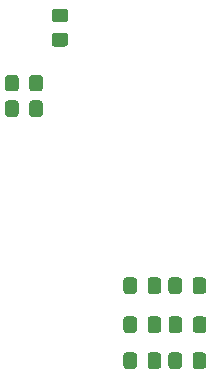
<source format=gbr>
%TF.GenerationSoftware,KiCad,Pcbnew,(5.1.6)-1*%
%TF.CreationDate,2020-09-17T21:49:40+02:00*%
%TF.ProjectId,gpioexpander5,6770696f-6578-4706-916e-646572352e6b,rev?*%
%TF.SameCoordinates,Original*%
%TF.FileFunction,Paste,Bot*%
%TF.FilePolarity,Positive*%
%FSLAX46Y46*%
G04 Gerber Fmt 4.6, Leading zero omitted, Abs format (unit mm)*
G04 Created by KiCad (PCBNEW (5.1.6)-1) date 2020-09-17 21:49:40*
%MOMM*%
%LPD*%
G01*
G04 APERTURE LIST*
G04 APERTURE END LIST*
%TO.C,R9*%
G36*
G01*
X135440000Y-78543999D02*
X135440000Y-79444001D01*
G75*
G02*
X135190001Y-79694000I-249999J0D01*
G01*
X134539999Y-79694000D01*
G75*
G02*
X134290000Y-79444001I0J249999D01*
G01*
X134290000Y-78543999D01*
G75*
G02*
X134539999Y-78294000I249999J0D01*
G01*
X135190001Y-78294000D01*
G75*
G02*
X135440000Y-78543999I0J-249999D01*
G01*
G37*
G36*
G01*
X137490000Y-78543999D02*
X137490000Y-79444001D01*
G75*
G02*
X137240001Y-79694000I-249999J0D01*
G01*
X136589999Y-79694000D01*
G75*
G02*
X136340000Y-79444001I0J249999D01*
G01*
X136340000Y-78543999D01*
G75*
G02*
X136589999Y-78294000I249999J0D01*
G01*
X137240001Y-78294000D01*
G75*
G02*
X137490000Y-78543999I0J-249999D01*
G01*
G37*
%TD*%
%TO.C,R8*%
G36*
G01*
X139250000Y-78543999D02*
X139250000Y-79444001D01*
G75*
G02*
X139000001Y-79694000I-249999J0D01*
G01*
X138349999Y-79694000D01*
G75*
G02*
X138100000Y-79444001I0J249999D01*
G01*
X138100000Y-78543999D01*
G75*
G02*
X138349999Y-78294000I249999J0D01*
G01*
X139000001Y-78294000D01*
G75*
G02*
X139250000Y-78543999I0J-249999D01*
G01*
G37*
G36*
G01*
X141300000Y-78543999D02*
X141300000Y-79444001D01*
G75*
G02*
X141050001Y-79694000I-249999J0D01*
G01*
X140399999Y-79694000D01*
G75*
G02*
X140150000Y-79444001I0J249999D01*
G01*
X140150000Y-78543999D01*
G75*
G02*
X140399999Y-78294000I249999J0D01*
G01*
X141050001Y-78294000D01*
G75*
G02*
X141300000Y-78543999I0J-249999D01*
G01*
G37*
%TD*%
%TO.C,R7*%
G36*
G01*
X135431000Y-81845999D02*
X135431000Y-82746001D01*
G75*
G02*
X135181001Y-82996000I-249999J0D01*
G01*
X134530999Y-82996000D01*
G75*
G02*
X134281000Y-82746001I0J249999D01*
G01*
X134281000Y-81845999D01*
G75*
G02*
X134530999Y-81596000I249999J0D01*
G01*
X135181001Y-81596000D01*
G75*
G02*
X135431000Y-81845999I0J-249999D01*
G01*
G37*
G36*
G01*
X137481000Y-81845999D02*
X137481000Y-82746001D01*
G75*
G02*
X137231001Y-82996000I-249999J0D01*
G01*
X136580999Y-82996000D01*
G75*
G02*
X136331000Y-82746001I0J249999D01*
G01*
X136331000Y-81845999D01*
G75*
G02*
X136580999Y-81596000I249999J0D01*
G01*
X137231001Y-81596000D01*
G75*
G02*
X137481000Y-81845999I0J-249999D01*
G01*
G37*
%TD*%
%TO.C,R6*%
G36*
G01*
X139259000Y-81845999D02*
X139259000Y-82746001D01*
G75*
G02*
X139009001Y-82996000I-249999J0D01*
G01*
X138358999Y-82996000D01*
G75*
G02*
X138109000Y-82746001I0J249999D01*
G01*
X138109000Y-81845999D01*
G75*
G02*
X138358999Y-81596000I249999J0D01*
G01*
X139009001Y-81596000D01*
G75*
G02*
X139259000Y-81845999I0J-249999D01*
G01*
G37*
G36*
G01*
X141309000Y-81845999D02*
X141309000Y-82746001D01*
G75*
G02*
X141059001Y-82996000I-249999J0D01*
G01*
X140408999Y-82996000D01*
G75*
G02*
X140159000Y-82746001I0J249999D01*
G01*
X140159000Y-81845999D01*
G75*
G02*
X140408999Y-81596000I249999J0D01*
G01*
X141059001Y-81596000D01*
G75*
G02*
X141309000Y-81845999I0J-249999D01*
G01*
G37*
%TD*%
%TO.C,R5*%
G36*
G01*
X135431000Y-84893999D02*
X135431000Y-85794001D01*
G75*
G02*
X135181001Y-86044000I-249999J0D01*
G01*
X134530999Y-86044000D01*
G75*
G02*
X134281000Y-85794001I0J249999D01*
G01*
X134281000Y-84893999D01*
G75*
G02*
X134530999Y-84644000I249999J0D01*
G01*
X135181001Y-84644000D01*
G75*
G02*
X135431000Y-84893999I0J-249999D01*
G01*
G37*
G36*
G01*
X137481000Y-84893999D02*
X137481000Y-85794001D01*
G75*
G02*
X137231001Y-86044000I-249999J0D01*
G01*
X136580999Y-86044000D01*
G75*
G02*
X136331000Y-85794001I0J249999D01*
G01*
X136331000Y-84893999D01*
G75*
G02*
X136580999Y-84644000I249999J0D01*
G01*
X137231001Y-84644000D01*
G75*
G02*
X137481000Y-84893999I0J-249999D01*
G01*
G37*
%TD*%
%TO.C,R4*%
G36*
G01*
X139241000Y-84893999D02*
X139241000Y-85794001D01*
G75*
G02*
X138991001Y-86044000I-249999J0D01*
G01*
X138340999Y-86044000D01*
G75*
G02*
X138091000Y-85794001I0J249999D01*
G01*
X138091000Y-84893999D01*
G75*
G02*
X138340999Y-84644000I249999J0D01*
G01*
X138991001Y-84644000D01*
G75*
G02*
X139241000Y-84893999I0J-249999D01*
G01*
G37*
G36*
G01*
X141291000Y-84893999D02*
X141291000Y-85794001D01*
G75*
G02*
X141041001Y-86044000I-249999J0D01*
G01*
X140390999Y-86044000D01*
G75*
G02*
X140141000Y-85794001I0J249999D01*
G01*
X140141000Y-84893999D01*
G75*
G02*
X140390999Y-84644000I249999J0D01*
G01*
X141041001Y-84644000D01*
G75*
G02*
X141291000Y-84893999I0J-249999D01*
G01*
G37*
%TD*%
%TO.C,R3*%
G36*
G01*
X125416000Y-63557999D02*
X125416000Y-64458001D01*
G75*
G02*
X125166001Y-64708000I-249999J0D01*
G01*
X124515999Y-64708000D01*
G75*
G02*
X124266000Y-64458001I0J249999D01*
G01*
X124266000Y-63557999D01*
G75*
G02*
X124515999Y-63308000I249999J0D01*
G01*
X125166001Y-63308000D01*
G75*
G02*
X125416000Y-63557999I0J-249999D01*
G01*
G37*
G36*
G01*
X127466000Y-63557999D02*
X127466000Y-64458001D01*
G75*
G02*
X127216001Y-64708000I-249999J0D01*
G01*
X126565999Y-64708000D01*
G75*
G02*
X126316000Y-64458001I0J249999D01*
G01*
X126316000Y-63557999D01*
G75*
G02*
X126565999Y-63308000I249999J0D01*
G01*
X127216001Y-63308000D01*
G75*
G02*
X127466000Y-63557999I0J-249999D01*
G01*
G37*
%TD*%
%TO.C,R2*%
G36*
G01*
X125416000Y-61398999D02*
X125416000Y-62299001D01*
G75*
G02*
X125166001Y-62549000I-249999J0D01*
G01*
X124515999Y-62549000D01*
G75*
G02*
X124266000Y-62299001I0J249999D01*
G01*
X124266000Y-61398999D01*
G75*
G02*
X124515999Y-61149000I249999J0D01*
G01*
X125166001Y-61149000D01*
G75*
G02*
X125416000Y-61398999I0J-249999D01*
G01*
G37*
G36*
G01*
X127466000Y-61398999D02*
X127466000Y-62299001D01*
G75*
G02*
X127216001Y-62549000I-249999J0D01*
G01*
X126565999Y-62549000D01*
G75*
G02*
X126316000Y-62299001I0J249999D01*
G01*
X126316000Y-61398999D01*
G75*
G02*
X126565999Y-61149000I249999J0D01*
G01*
X127216001Y-61149000D01*
G75*
G02*
X127466000Y-61398999I0J-249999D01*
G01*
G37*
%TD*%
%TO.C,R1*%
G36*
G01*
X129355001Y-56691000D02*
X128454999Y-56691000D01*
G75*
G02*
X128205000Y-56441001I0J249999D01*
G01*
X128205000Y-55790999D01*
G75*
G02*
X128454999Y-55541000I249999J0D01*
G01*
X129355001Y-55541000D01*
G75*
G02*
X129605000Y-55790999I0J-249999D01*
G01*
X129605000Y-56441001D01*
G75*
G02*
X129355001Y-56691000I-249999J0D01*
G01*
G37*
G36*
G01*
X129355001Y-58741000D02*
X128454999Y-58741000D01*
G75*
G02*
X128205000Y-58491001I0J249999D01*
G01*
X128205000Y-57840999D01*
G75*
G02*
X128454999Y-57591000I249999J0D01*
G01*
X129355001Y-57591000D01*
G75*
G02*
X129605000Y-57840999I0J-249999D01*
G01*
X129605000Y-58491001D01*
G75*
G02*
X129355001Y-58741000I-249999J0D01*
G01*
G37*
%TD*%
M02*

</source>
